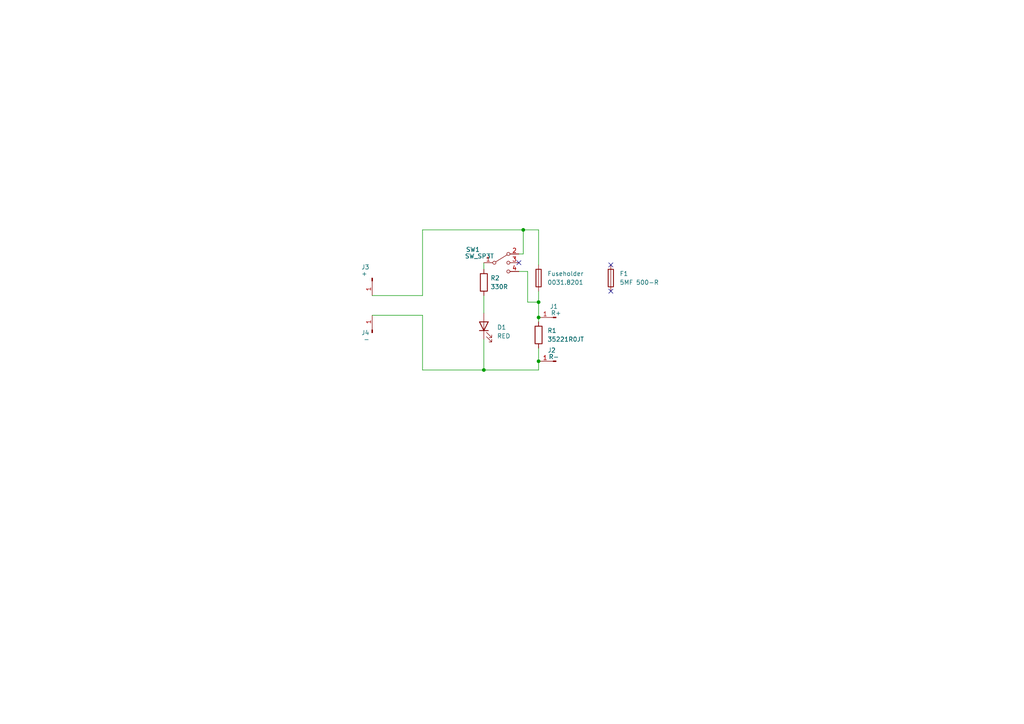
<source format=kicad_sch>
(kicad_sch (version 20230121) (generator eeschema)
  (paper "A4")
  (lib_symbols
    (symbol "Connector:Conn_01x01_Pin" (pin_names (offset 1.016) hide)
      (property "Reference" "J" (at 0 2.54 0))
      (property "Value" "Conn_01x01_Pin" (at 0 -2.54 0))
      (symbol "Conn_01x01_Pin_1_1"
        (polyline (pts (xy 1.27 0) (xy 0.8636 0)) (stroke (width 0.1524)))
        (rectangle (start 0.8636 0.127) (end 0 -0.127) (stroke (width 0.1524)) (fill (type outline)))
        (pin passive line (at 5.08 0 180) (length 3.81) (name "Pin_1") (number "1"))
      )
    )
    (symbol "Device:Fuse" (pin_numbers hide) (pin_names (offset 0))
      (property "Reference" "F" (at 2.032 0 90))
      (property "Value" "Fuse" (at -1.905 0 90))
      (symbol "Fuse_0_1"
        (rectangle (start -0.762 -2.54) (end 0.762 2.54) (stroke (width 0.254)))
        (polyline (pts (xy 0 2.54) (xy 0 -2.54)))
      )
      (symbol "Fuse_1_1"
        (pin passive line (at 0 3.81 270) (length 1.27) (name "~") (number "1"))
        (pin passive line (at 0 -3.81 90) (length 1.27) (name "~") (number "2"))
      )
    )
    (symbol "Device:LED" (pin_numbers hide) (pin_names (offset 1.016) hide)
      (property "Reference" "D" (at 0 2.54 0))
      (property "Value" "LED" (at 0 -2.54 0))
      (symbol "LED_0_1"
        (polyline (pts (xy -1.27 -1.27) (xy -1.27 1.27)) (stroke (width 0.254)))
        (polyline (pts (xy -1.27 0) (xy 1.27 0)))
        (polyline (pts (xy 1.27 -1.27) (xy 1.27 1.27) (xy -1.27 0) (xy 1.27 -1.27)) (stroke (width 0.254)))
        (polyline (pts (xy -3.048 -0.762) (xy -4.572 -2.286) (xy -3.81 -2.286) (xy -4.572 -2.286) (xy -4.572 -1.524)))
        (polyline (pts (xy -1.778 -0.762) (xy -3.302 -2.286) (xy -2.54 -2.286) (xy -3.302 -2.286) (xy -3.302 -1.524)))
      )
      (symbol "LED_1_1"
        (pin passive line (at -3.81 0 0) (length 2.54) (name "K") (number "1"))
        (pin passive line (at 3.81 0 180) (length 2.54) (name "A") (number "2"))
      )
    )
    (symbol "Device:R" (pin_numbers hide) (pin_names (offset 0))
      (property "Reference" "R" (at 2.032 0 90))
      (property "Value" "R" (at 0 0 90))
      (symbol "R_0_1"
        (rectangle (start -1.016 -2.54) (end 1.016 2.54) (stroke (width 0.254)))
      )
      (symbol "R_1_1"
        (pin passive line (at 0 3.81 270) (length 1.27) (name "~") (number "1"))
        (pin passive line (at 0 -3.81 90) (length 1.27) (name "~") (number "2"))
      )
    )
    (symbol "Switch:SW_SP3T" (pin_names (offset 0) hide)
      (property "Reference" "SW1" (at 0 7.62 0))
      (property "Value" "SW_SP3T" (at 0 5.08 0))
      (symbol "SW_SP3T_0_1"
        (circle (center -2.032 0) (radius 0.4572))
        (polyline (pts (xy -1.651 0.254) (xy 1.651 2.286)))
        (circle (center 2.032 -2.54) (radius 0.4572))
        (circle (center 2.032 0) (radius 0.4572))
        (circle (center 2.032 2.54) (radius 0.4572))
      )
      (symbol "SW_SP3T_1_1"
        (pin passive line (at -5.08 0 0) (length 2.54) (name "1") (number "1"))
        (pin passive line (at 5.08 2.54 180) (length 2.54) (name "2") (number "2"))
        (pin passive line (at 5.08 0 180) (length 2.54) (name "3") (number "3"))
        (pin passive line (at 5.08 -2.54 180) (length 2.54) (name "4") (number "4"))
      )
    )
  )
  (junction (at 156.21 92.075))
  (junction (at 140.335 107.315))
  (junction (at 156.21 104.775))
  (junction (at 156.21 87.63))
  (junction (at 151.765 66.675))
  (no_connect (at 150.495 76.2))
  (no_connect (at 177.165 76.835))
  (no_connect (at 177.165 84.455))
  (wire (pts (xy 140.335 98.425) (xy 140.335 107.315)))
  (wire (pts (xy 156.21 87.63) (xy 156.21 92.075)))
  (wire (pts (xy 122.555 66.675) (xy 151.765 66.675)))
  (wire (pts (xy 156.21 104.775) (xy 156.21 107.315)))
  (wire (pts (xy 122.555 107.315) (xy 122.555 91.44)))
  (wire (pts (xy 150.495 78.74) (xy 153.035 78.74)))
  (wire (pts (xy 107.95 91.44) (xy 122.555 91.44)))
  (wire (pts (xy 140.335 85.725) (xy 140.335 90.805)))
  (wire (pts (xy 156.21 92.075) (xy 156.21 93.345)))
  (wire (pts (xy 156.21 66.675) (xy 156.21 76.835)))
  (wire (pts (xy 140.335 107.315) (xy 122.555 107.315)))
  (wire (pts (xy 140.335 76.2) (xy 140.335 78.105)))
  (wire (pts (xy 156.21 107.315) (xy 140.335 107.315)))
  (wire (pts (xy 122.555 85.725) (xy 122.555 66.675)))
  (wire (pts (xy 151.765 66.675) (xy 156.21 66.675)))
  (wire (pts (xy 153.035 87.63) (xy 156.21 87.63)))
  (wire (pts (xy 153.035 78.74) (xy 153.035 87.63)))
  (wire (pts (xy 150.495 73.66) (xy 151.765 73.66)))
  (wire (pts (xy 156.21 100.965) (xy 156.21 104.775)))
  (wire (pts (xy 107.95 85.725) (xy 122.555 85.725)))
  (wire (pts (xy 156.21 84.455) (xy 156.21 87.63)))
  (wire (pts (xy 151.765 73.66) (xy 151.765 66.675)))
  (symbol (lib_id "Device:R") (at 140.335 81.915 0) (unit 1)
    (property "Reference" "R2" (at 142.24 80.645 0) (effects (justify left)))
    (property "Value" "330R" (at 142.24 83.185 0) (effects (justify left)))
  )
  (symbol (lib_id "Device:Fuse") (at 156.21 80.645 0) (unit 1)
    (property "Reference" "Fuseholder" (at 158.75 79.375 0) (effects (justify left)))
    (property "Value" "0031.8201" (at 158.75 81.915 0) (effects (justify left)))
    (property "Footprint" "Fuse:Fuseholder_Cylinder-5x20mm_Schurter_0031_8201_Horizontal_Open" (effects hide))
    (property "Datasheet" "https://www.schurter.com/en/datasheet/typ_OGN.pdf" (effects hide))
    (property "Digikey" "https://www.digikey.com/en/products/detail/schurter-inc/0031-8201/669925" (effects hide))
  )
  (symbol (lib_id "Switch:SW_SP3T") (at 145.415 76.2 0) (unit 1)
    (property "Reference" "SW1" (at 137.16 72.39 0))
    (property "Value" "SW_SP3T" (at 139.065 74.295 0))
    (property "Footprint" "OS103011MS8QP1:DIP4_SP3T-TOP_4P3X8P6_CNK" (effects hide))
  )
  (symbol (lib_id "Device:LED") (at 140.335 94.615 90) (unit 1)
    (property "Reference" "D1" (at 144.145 94.9325 90) (effects (justify right)))
    (property "Value" "RED" (at 144.145 97.4725 90) (effects (justify right)))
    (property "Footprint" "LED_THT:LED_D3.0mm" (effects hide))
  )
  (symbol (lib_id "Connector:Conn_01x01_Pin") (at 107.95 96.52 90) (unit 1)
    (property "Reference" "J4" (at 104.775 96.52 90) (effects (justify right)))
    (property "Value" "-" (at 105.41 98.425 90) (effects (justify right)))
  )
  (symbol (lib_id "Connector:Conn_01x01_Pin") (at 107.95 80.645 270) (unit 1)
    (property "Reference" "J3" (at 104.775 77.47 90) (effects (justify left)))
    (property "Value" "+" (at 104.775 79.375 90) (effects (justify left)))
  )
  (symbol (lib_id "Device:R") (at 156.21 97.155 0) (unit 1)
    (property "Reference" "R1" (at 158.75 95.885 0) (effects (justify left)))
    (property "Value" "35221R0JT" (at 158.75 98.425 0) (effects (justify left)))
    (property "Datasheet" "https://www.te.com/usa-en/product-2176230-2.datasheet.pdf" (effects hide))
    (property "Digikey" "https://www.digikey.com/en/products/detail/te-connectivity-passive-product/35221R0JT/5245028" (effects hide))
  )
  (symbol (lib_id "Connector:Conn_01x01_Pin") (at 161.29 104.775 180) (unit 1)
    (property "Reference" "J2" (at 160.02 101.6 0))
    (property "Value" "R-" (at 160.655 103.505 0))
  )
  (symbol (lib_id "Device:Fuse") (at 177.165 80.645 0) (unit 1)
    (property "Reference" "F1" (at 179.705 79.375 0) (effects (justify left)))
    (property "Value" "5MF 500-R" (at 179.705 81.915 0) (effects (justify left)))
    (property "Datasheet" "https://www.belfuse.com/resources/datasheets/circuitprotection/ds-cp-5mf-5mfp-series.pdf" (effects hide))
    (property "Digikey" "https://www.digikey.com/en/products/detail/bel-fuse-inc/5mf-500-r/1009031" (effects hide))
  )
  (symbol (lib_id "Connector:Conn_01x01_Pin") (at 161.29 92.075 180) (unit 1)
    (property "Reference" "J1" (at 160.655 88.9 0))
    (property "Value" "R+" (at 161.29 90.805 0))
  )
)
</source>
